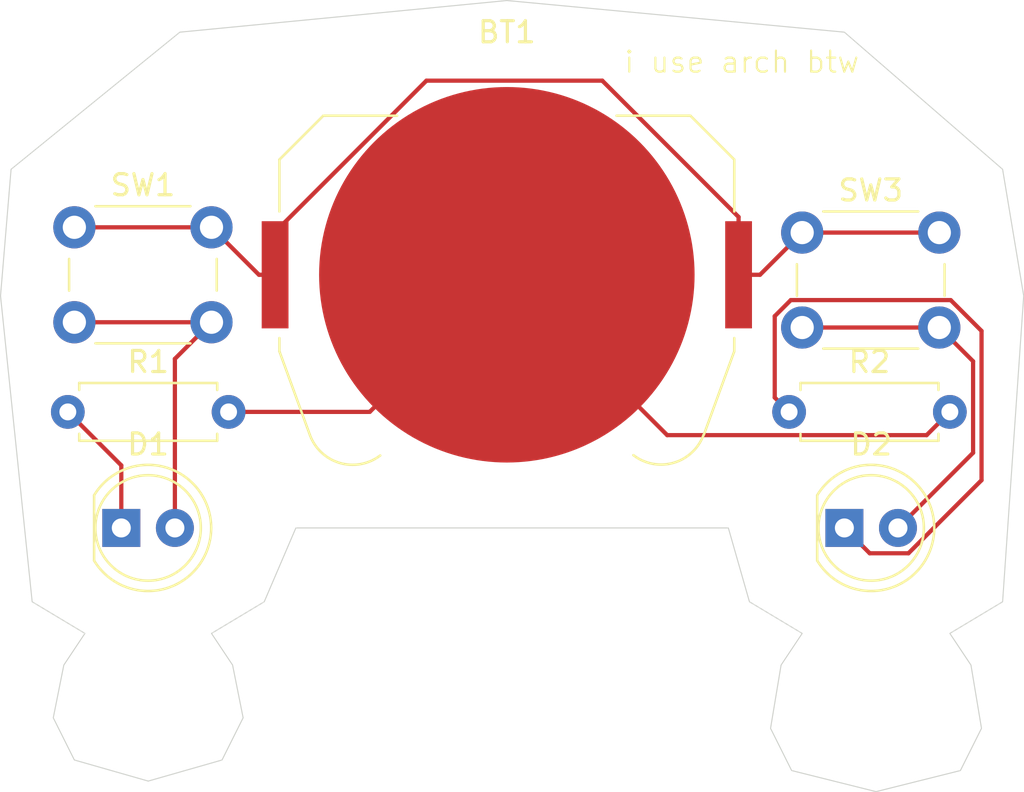
<source format=kicad_pcb>
(kicad_pcb (version 20241229) (generator "pcbnew") (generator_version "9.0")
  (layers (0 "F.Cu" signal) (2 "B.Cu" signal) (13 "F.Paste" user) (15 "B.Paste" user) (5 "F.SilkS" user "F.Silkscreen") (7 "B.SilkS" user "B.Silkscreen") (1 "F.Mask" user) (3 "B.Mask" user) (25 "Edge.Cuts" user))
  (net 0 "")
  (net 1 "Net-(BT1--)")
  (net 2 "Net-(BT1-+)")
  (net 3 "Net-(D1-K)")
  (net 4 "Net-(D1-A)")
  (net 5 "Net-(D2-K)")
  (net 6 "Net-(D2-A)")
  (footprint "Button_Switch_THT:SW_PUSH_6mm" (layer "F.Cu") (at 128.5 94.25)
    (property "Reference" "SW1" (at 3.25 -2 0) (layer "F.SilkS"))
    (property "Value" "SW_Push")
    (fp_line (start -0.25 1.5) (end -0.25 3) (stroke (width 0.12)) (layer "F.SilkS"))
    (fp_line (start 1 5.5) (end 5.5 5.5) (stroke (width 0.12)) (layer "F.SilkS"))
    (fp_line (start 5.5 -1) (end 1 -1) (stroke (width 0.12)) (layer "F.SilkS"))
    (fp_line (start 6.75 3) (end 6.75 1.5) (stroke (width 0.12)) (layer "F.SilkS"))
    (pad "1" thru_hole circle (at 0 0 90) (size 2 2) (drill 1.1) (layers "*.Cu" "*.Mask") (net 2 "Net-(BT1-+)"))
    (pad "1" thru_hole circle (at 6.5 0 90) (size 2 2) (drill 1.1) (layers "*.Cu" "*.Mask") (net 2 "Net-(BT1-+)"))
    (pad "2" thru_hole circle (at 0 4.5 90) (size 2 2) (drill 1.1) (layers "*.Cu" "*.Mask") (net 4 "Net-(D1-A)"))
    (pad "2" thru_hole circle (at 6.5 4.5 90) (size 2 2) (drill 1.1) (layers "*.Cu" "*.Mask") (net 4 "Net-(D1-A)"))
  )
  (footprint "Battery:BatteryHolder_Keystone_3034_1x20mm" (layer "F.Cu") (at 149 96.5)
    (property "Reference" "BT1" (at 0 -11.5 0) (layer "F.SilkS"))
    (property "Value" "Battery_Cell")
    (fp_line (start -10.78 -5.46) (end -10.78 -3) (stroke (width 0.12)) (layer "F.SilkS"))
    (fp_line (start -10.78 3) (end -10.78 3.63) (stroke (width 0.12)) (layer "F.SilkS"))
    (fp_line (start -10.78 3.63) (end -9.34 7.58) (stroke (width 0.12)) (layer "F.SilkS"))
    (fp_line (start -8.7 -7.54) (end -10.78 -5.46) (stroke (width 0.12)) (layer "F.SilkS"))
    (fp_line (start -5.2 -7.54) (end -8.7 -7.54) (stroke (width 0.12)) (layer "F.SilkS"))
    (fp_line (start 8.7 -7.54) (end 5.2 -7.54) (stroke (width 0.12)) (layer "F.SilkS"))
    (fp_line (start 8.7 -7.54) (end 10.78 -5.46) (stroke (width 0.12)) (layer "F.SilkS"))
    (fp_line (start 10.78 -5.46) (end 10.78 -3) (stroke (width 0.12)) (layer "F.SilkS"))
    (fp_line (start 10.78 3) (end 10.78 3.63) (stroke (width 0.12)) (layer "F.SilkS"))
    (fp_line (start 10.78 3.63) (end 9.34 7.58) (stroke (width 0.12)) (layer "F.SilkS"))
    (fp_arc (start -6.003354 8.56653) (mid -7.921654 8.918738) (end -9.34 7.58) (stroke (width 0.12)) (layer "F.SilkS"))
    (fp_arc (start 9.325243 7.588169) (mid 7.90634 8.911668) (end 6 8.55) (stroke (width 0.12)) (layer "F.SilkS"))
    (pad "1" smd rect (at -10.985 0) (size 1.27 5.08) (layers "F.Cu" "F.Mask" "F.Paste") (net 2 "Net-(BT1-+)"))
    (pad "1" smd rect (at 10.985 0) (size 1.27 5.08) (layers "F.Cu" "F.Mask" "F.Paste") (net 2 "Net-(BT1-+)"))
    (pad "2" smd circle (at 0 0) (size 17.8 17.8) (layers "F.Cu" "F.Mask") (net 1 "Net-(BT1--)"))
  )
  (footprint "LED_THT:LED_D5.0mm" (layer "F.Cu") (at 165 108.5)
    (property "Reference" "D2" (at 1.27 -3.96 0) (layer "F.SilkS"))
    (property "Value" "LED")
    (fp_line (start -1.29 -1.545) (end -1.29 1.545) (stroke (width 0.12)) (layer "F.SilkS"))
    (fp_arc (start -1.29 -1.54483) (mid 2.071779 -2.880495) (end 4.26 0) (stroke (width 0.12)) (layer "F.SilkS"))
    (fp_arc (start 4.26 0) (mid 2.071779 2.880495) (end -1.29 1.54483) (stroke (width 0.12)) (layer "F.SilkS"))
    (fp_circle (center 1.27 0) (end 3.77 0) (stroke (width 0.12)) (fill no) (layer "F.SilkS"))
    (pad "1" thru_hole rect (at 0 0) (size 1.8 1.8) (drill 0.9) (layers "*.Cu" "*.Mask") (net 5 "Net-(D2-K)"))
    (pad "2" thru_hole circle (at 2.54 0) (size 1.8 1.8) (drill 0.9) (layers "*.Cu" "*.Mask") (net 6 "Net-(D2-A)"))
  )
  (footprint "Resistor_THT:R_Axial_DIN0207_L6.3mm_D2.5mm_P7.62mm_Horizontal" (layer "F.Cu") (at 162.38 103)
    (property "Reference" "R2" (at 3.81 -2.37 0) (layer "F.SilkS"))
    (property "Value" "R")
    (fp_line (start 0.54 -1.37) (end 7.08 -1.37) (stroke (width 0.12)) (layer "F.SilkS"))
    (fp_line (start 0.54 -1.04) (end 0.54 -1.37) (stroke (width 0.12)) (layer "F.SilkS"))
    (fp_line (start 0.54 1.04) (end 0.54 1.37) (stroke (width 0.12)) (layer "F.SilkS"))
    (fp_line (start 0.54 1.37) (end 7.08 1.37) (stroke (width 0.12)) (layer "F.SilkS"))
    (fp_line (start 7.08 -1.37) (end 7.08 -1.04) (stroke (width 0.12)) (layer "F.SilkS"))
    (fp_line (start 7.08 1.37) (end 7.08 1.04) (stroke (width 0.12)) (layer "F.SilkS"))
    (pad "1" thru_hole circle (at 0 0) (size 1.6 1.6) (drill 0.8) (layers "*.Cu" "*.Mask") (net 5 "Net-(D2-K)"))
    (pad "2" thru_hole circle (at 7.62 0) (size 1.6 1.6) (drill 0.8) (layers "*.Cu" "*.Mask") (net 1 "Net-(BT1--)"))
  )
  (footprint "Button_Switch_THT:SW_PUSH_6mm" (layer "F.Cu") (at 163 94.5)
    (property "Reference" "SW3" (at 3.25 -2 0) (layer "F.SilkS"))
    (property "Value" "SW_Push")
    (fp_line (start -0.25 1.5) (end -0.25 3) (stroke (width 0.12)) (layer "F.SilkS"))
    (fp_line (start 1 5.5) (end 5.5 5.5) (stroke (width 0.12)) (layer "F.SilkS"))
    (fp_line (start 5.5 -1) (end 1 -1) (stroke (width 0.12)) (layer "F.SilkS"))
    (fp_line (start 6.75 3) (end 6.75 1.5) (stroke (width 0.12)) (layer "F.SilkS"))
    (pad "1" thru_hole circle (at 0 0 90) (size 2 2) (drill 1.1) (layers "*.Cu" "*.Mask") (net 2 "Net-(BT1-+)"))
    (pad "1" thru_hole circle (at 6.5 0 90) (size 2 2) (drill 1.1) (layers "*.Cu" "*.Mask") (net 2 "Net-(BT1-+)"))
    (pad "2" thru_hole circle (at 0 4.5 90) (size 2 2) (drill 1.1) (layers "*.Cu" "*.Mask") (net 6 "Net-(D2-A)"))
    (pad "2" thru_hole circle (at 6.5 4.5 90) (size 2 2) (drill 1.1) (layers "*.Cu" "*.Mask") (net 6 "Net-(D2-A)"))
  )
  (footprint "Resistor_THT:R_Axial_DIN0207_L6.3mm_D2.5mm_P7.62mm_Horizontal" (layer "F.Cu") (at 128.19 103)
    (property "Reference" "R1" (at 3.81 -2.37 0) (layer "F.SilkS"))
    (property "Value" "R")
    (fp_line (start 0.54 -1.37) (end 7.08 -1.37) (stroke (width 0.12)) (layer "F.SilkS"))
    (fp_line (start 0.54 -1.04) (end 0.54 -1.37) (stroke (width 0.12)) (layer "F.SilkS"))
    (fp_line (start 0.54 1.04) (end 0.54 1.37) (stroke (width 0.12)) (layer "F.SilkS"))
    (fp_line (start 0.54 1.37) (end 7.08 1.37) (stroke (width 0.12)) (layer "F.SilkS"))
    (fp_line (start 7.08 -1.37) (end 7.08 -1.04) (stroke (width 0.12)) (layer "F.SilkS"))
    (fp_line (start 7.08 1.37) (end 7.08 1.04) (stroke (width 0.12)) (layer "F.SilkS"))
    (pad "1" thru_hole circle (at 0 0) (size 1.6 1.6) (drill 0.8) (layers "*.Cu" "*.Mask") (net 3 "Net-(D1-K)"))
    (pad "2" thru_hole circle (at 7.62 0) (size 1.6 1.6) (drill 0.8) (layers "*.Cu" "*.Mask") (net 1 "Net-(BT1--)"))
  )
  (footprint "LED_THT:LED_D5.0mm" (layer "F.Cu") (at 130.725 108.5)
    (property "Reference" "D1" (at 1.27 -3.96 0) (layer "F.SilkS"))
    (property "Value" "LED")
    (fp_line (start -1.29 -1.545) (end -1.29 1.545) (stroke (width 0.12)) (layer "F.SilkS"))
    (fp_arc (start -1.29 -1.54483) (mid 2.071779 -2.880495) (end 4.26 0) (stroke (width 0.12)) (layer "F.SilkS"))
    (fp_arc (start 4.26 0) (mid 2.071779 2.880495) (end -1.29 1.54483) (stroke (width 0.12)) (layer "F.SilkS"))
    (fp_circle (center 1.27 0) (end 3.77 0) (stroke (width 0.12)) (fill no) (layer "F.SilkS"))
    (pad "1" thru_hole rect (at 0 0) (size 1.8 1.8) (drill 0.9) (layers "*.Cu" "*.Mask") (net 3 "Net-(D1-K)"))
    (pad "2" thru_hole circle (at 2.54 0) (size 1.8 1.8) (drill 0.9) (layers "*.Cu" "*.Mask") (net 4 "Net-(D1-A)"))
  )
  (gr_poly (pts (xy 172.5 91.5) (xy 165 85) (xy 149 83.5) (xy 133.5 85) (xy 125.5 91.5) (xy 125 97.5) (xy 126.5 112) (xy 129 113.5) (xy 128 115) (xy 127.5 117.5) (xy 128.5 119.5) (xy 132 120.5) (xy 135.5 119.5) (xy 136.5 117.5) (xy 136 115) (xy 135 113.5) (xy 137.5 112) (xy 139 108.5) (xy 159.5 108.5) (xy 160.5 112) (xy 163 113.5) (xy 162 115) (xy 161.5 118) (xy 162.5 120) (xy 166.5 121) (xy 170.5 120) (xy 171.5 118) (xy 171 115) (xy 170 113.5) (xy 172.5 112) (xy 173.5 97.5)) (stroke (width 0.05)) (fill no) (layer "Edge.Cuts"))
  (gr_text "i use arch btw" (at 154.5 87 0) (layer "F.SilkS") (effects (font (size 1 1) (thickness 0.1)) (justify left bottom)))
  (segment (start 135.81 103) (end 142.5 103) (width 0.2) (layer "F.Cu") (net 1))
  (segment (start 168.899 104.101) (end 156.601 104.101) (width 0.2) (layer "F.Cu") (net 1))
  (segment (start 156.601 104.101) (end 149 96.5) (width 0.2) (layer "F.Cu") (net 1))
  (segment (start 170 103) (end 168.899 104.101) (width 0.2) (layer "F.Cu") (net 1))
  (segment (start 142.5 103) (end 149 96.5) (width 0.2) (layer "F.Cu") (net 1))
  (segment (start 169.5 94.5) (end 163 94.5) (width 0.2) (layer "F.Cu") (net 2))
  (segment (start 137.25 96.5) (end 138.015 96.5) (width 0.2) (layer "F.Cu") (net 2))
  (segment (start 159.985 93.76) (end 159.985 96.5) (width 0.2) (layer "F.Cu") (net 2))
  (segment (start 138.015 96.5) (end 138.015 94.472821) (width 0.2) (layer "F.Cu") (net 2))
  (segment (start 135 94.25) (end 137.25 96.5) (width 0.2) (layer "F.Cu") (net 2))
  (segment (start 163 94.5) (end 161 96.5) (width 0.2) (layer "F.Cu") (net 2))
  (segment (start 153.524 87.299) (end 159.985 93.76) (width 0.2) (layer "F.Cu") (net 2))
  (segment (start 161 96.5) (end 159.985 96.5) (width 0.2) (layer "F.Cu") (net 2))
  (segment (start 145.188821 87.299) (end 153.524 87.299) (width 0.2) (layer "F.Cu") (net 2))
  (segment (start 128.5 94.25) (end 135 94.25) (width 0.2) (layer "F.Cu") (net 2))
  (segment (start 138.015 94.472821) (end 145.188821 87.299) (width 0.2) (layer "F.Cu") (net 2))
  (segment (start 130.725 105.535) (end 128.19 103) (width 0.2) (layer "F.Cu") (net 3))
  (segment (start 130.725 108.5) (end 130.725 105.535) (width 0.2) (layer "F.Cu") (net 3))
  (segment (start 128.5 98.75) (end 135 98.75) (width 0.2) (layer "F.Cu") (net 4))
  (segment (start 133.265 100.485) (end 135 98.75) (width 0.2) (layer "F.Cu") (net 4))
  (segment (start 133.265 108.5) (end 133.265 100.485) (width 0.2) (layer "F.Cu") (net 4))
  (segment (start 170.038892 97.699) (end 162.461108 97.699) (width 0.2) (layer "F.Cu") (net 5))
  (segment (start 161.699 102.319) (end 162.38 103) (width 0.2) (layer "F.Cu") (net 5))
  (segment (start 171.502 106.236471) (end 171.502 99.162108) (width 0.2) (layer "F.Cu") (net 5))
  (segment (start 168.037471 109.701) (end 171.502 106.236471) (width 0.2) (layer "F.Cu") (net 5))
  (segment (start 166.201 109.701) (end 168.037471 109.701) (width 0.2) (layer "F.Cu") (net 5))
  (segment (start 161.699 98.461108) (end 161.699 102.319) (width 0.2) (layer "F.Cu") (net 5))
  (segment (start 162.461108 97.699) (end 161.699 98.461108) (width 0.2) (layer "F.Cu") (net 5))
  (segment (start 171.502 99.162108) (end 170.038892 97.699) (width 0.2) (layer "F.Cu") (net 5))
  (segment (start 165 108.5) (end 166.201 109.701) (width 0.2) (layer "F.Cu") (net 5))
  (segment (start 171.101 100.601) (end 171.101 104.939) (width 0.2) (layer "F.Cu") (net 6))
  (segment (start 169.5 99) (end 163 99) (width 0.2) (layer "F.Cu") (net 6))
  (segment (start 171.101 104.939) (end 167.54 108.5) (width 0.2) (layer "F.Cu") (net 6))
  (segment (start 169.5 99) (end 171.101 100.601) (width 0.2) (layer "F.Cu") (net 6))
)
</source>
